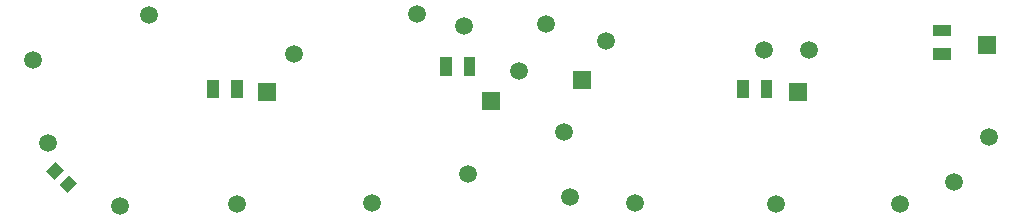
<source format=gbp>
G04 Layer: BottomPasteMaskLayer*
G04 EasyEDA v6.5.1, 2022-03-27 10:56:42*
G04 f4f8d14073c14480b57db79f537dda5a,f5a38c858c354eb5b90fd3f81420cce3,10*
G04 Gerber Generator version 0.2*
G04 Scale: 100 percent, Rotated: No, Reflected: No *
G04 Dimensions in millimeters *
G04 leading zeros omitted , absolute positions ,4 integer and 5 decimal *
%FSLAX45Y45*%
%MOMM*%

%ADD22C,1.5000*%

%LPD*%
G36*
X6794500Y-774700D02*
G01*
X6946900Y-774700D01*
X6946900Y-927100D01*
X6794500Y-927100D01*
G37*
G36*
X8394700Y-381000D02*
G01*
X8547100Y-381000D01*
X8547100Y-533400D01*
X8394700Y-533400D01*
G37*
G36*
X4191000Y-850900D02*
G01*
X4343400Y-850900D01*
X4343400Y-1003300D01*
X4191000Y-1003300D01*
G37*
G36*
X2298700Y-774700D02*
G01*
X2451100Y-774700D01*
X2451100Y-927100D01*
X2298700Y-927100D01*
G37*
D22*
G01*
X1371600Y-203200D03*
G01*
X520700Y-1282700D03*
G01*
X1130300Y-1816100D03*
G01*
X393700Y-584200D03*
G01*
X4737100Y-279400D03*
G01*
X5245100Y-419100D03*
G01*
X4038600Y-292100D03*
G01*
X4508500Y-673100D03*
G01*
X4889500Y-1193800D03*
G01*
X4940300Y-1739900D03*
G01*
X4076700Y-1549400D03*
G01*
X3263900Y-1790700D03*
G01*
X2120900Y-1803400D03*
G01*
X2603500Y-533400D03*
G01*
X3644900Y-190500D03*
G01*
X5486400Y-1790700D03*
G01*
X6680200Y-1803400D03*
G01*
X7734300Y-1803400D03*
G01*
X8191500Y-1612900D03*
G01*
X8483600Y-1231900D03*
G01*
X6578600Y-495300D03*
G01*
X6959600Y-495300D03*
G36*
X4966898Y-674301D02*
G01*
X5116898Y-674301D01*
X5116898Y-824301D01*
X4966898Y-824301D01*
G37*
G36*
X651621Y-1514391D02*
G01*
X579686Y-1444924D01*
X503273Y-1524053D01*
X575208Y-1593519D01*
G37*
G36*
X766716Y-1625536D02*
G01*
X694781Y-1556070D01*
X618368Y-1635198D01*
X690300Y-1704665D01*
G37*
G36*
X2069299Y-903000D02*
G01*
X2169299Y-903000D01*
X2169299Y-747999D01*
X2069299Y-747999D01*
G37*
G36*
X1869300Y-903000D02*
G01*
X1969300Y-903000D01*
X1969300Y-747999D01*
X1869300Y-747999D01*
G37*
G36*
X4037799Y-712500D02*
G01*
X4137799Y-712500D01*
X4137799Y-557499D01*
X4037799Y-557499D01*
G37*
G36*
X3837800Y-712500D02*
G01*
X3937800Y-712500D01*
X3937800Y-557499D01*
X3837800Y-557499D01*
G37*
G36*
X6552399Y-903000D02*
G01*
X6652399Y-903000D01*
X6652399Y-747999D01*
X6552399Y-747999D01*
G37*
G36*
X6352400Y-903000D02*
G01*
X6452400Y-903000D01*
X6452400Y-747999D01*
X6352400Y-747999D01*
G37*
G36*
X8167400Y-381800D02*
G01*
X8167400Y-281800D01*
X8012399Y-281800D01*
X8012399Y-381800D01*
G37*
G36*
X8167400Y-581799D02*
G01*
X8167400Y-481799D01*
X8012399Y-481799D01*
X8012399Y-581799D01*
G37*
M02*

</source>
